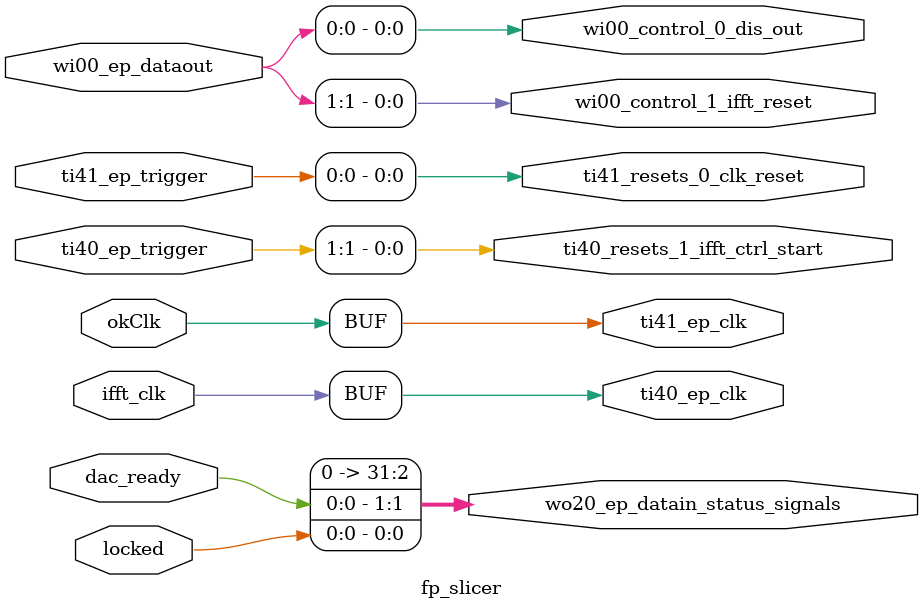
<source format=v>
`timescale 1ns / 1ps

`default_nettype none

module fp_slicer(
    (* X_INTERFACE_INFO = "opalkelly.com:interface:wirein:1.0 wirein00 EP_DATAOUT" *)
    input  wire [31:0] wi00_ep_dataout,
   
    (* X_INTERFACE_INFO = "opalkelly.com:interface:wireout:1.0 wireout20_status EP_DATAIN" *)
    output wire [31:0] wo20_ep_datain_status_signals,
    
    (* X_INTERFACE_INFO = "opalkelly.com:interface:triggerin:1.0 triggerin40_resets EP_TRIGGER" *)
    input  wire [31:0] ti40_ep_trigger,
    
    (* X_INTERFACE_INFO = "opalkelly.com:interface:triggerin:1.0 triggerin40_resets EP_CLK" *)
    output wire        ti40_ep_clk,
    
    (* X_INTERFACE_INFO = "opalkelly.com:interface:triggerin:1.0 triggerin41_resets EP_TRIGGER" *)
    input  wire [31:0] ti41_ep_trigger,
    
    (* X_INTERFACE_INFO = "opalkelly.com:interface:triggerin:1.0 triggerin41_resets EP_CLK" *)
    output wire        ti41_ep_clk,
    
    output wire wi00_control_1_ifft_reset,
    output wire ti41_resets_0_clk_reset,
    output wire ti40_resets_1_ifft_ctrl_start,
    output wire wi00_control_0_dis_out,
    
    input wire ifft_clk,
    input wire okClk,
    input wire dac_ready,
    input wire locked
    );
    assign ti40_ep_clk = ifft_clk;
    assign ti41_ep_clk = okClk;
    assign wo20_ep_datain_status_signals = {30'd0, dac_ready, locked};
    assign wi00_control_0_dis_out = wi00_ep_dataout[0];
    assign wi00_control_1_ifft_reset = wi00_ep_dataout[1];
    assign ti41_resets_0_clk_reset = ti41_ep_trigger[0];
    assign ti40_resets_1_ifft_ctrl_start = ti40_ep_trigger[1];
endmodule

`default_nettype wire

</source>
